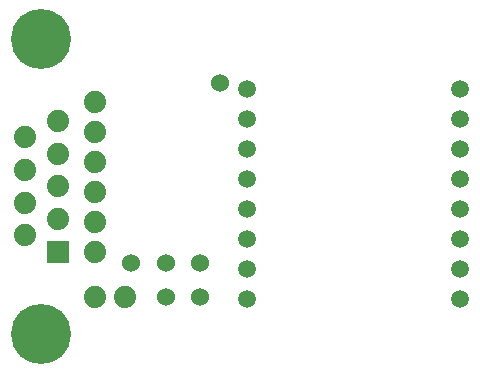
<source format=gbs>
G75*
%MOIN*%
%OFA0B0*%
%FSLAX25Y25*%
%IPPOS*%
%LPD*%
%AMOC8*
5,1,8,0,0,1.08239X$1,22.5*
%
%ADD10C,0.05906*%
%ADD11R,0.07400X0.07400*%
%ADD12C,0.07400*%
%ADD13C,0.20000*%
%ADD14C,0.06000*%
D10*
X0132082Y0025800D03*
X0132082Y0035800D03*
X0132082Y0045800D03*
X0132082Y0055800D03*
X0132082Y0065800D03*
X0132082Y0075800D03*
X0132082Y0085800D03*
X0132082Y0095800D03*
X0203182Y0095800D03*
X0203182Y0085800D03*
X0203182Y0075800D03*
X0203182Y0065800D03*
X0203182Y0055800D03*
X0203182Y0045800D03*
X0203182Y0035800D03*
X0203182Y0025800D03*
D11*
X0069223Y0041489D03*
D12*
X0058042Y0046961D03*
X0069223Y0052394D03*
X0058042Y0057867D03*
X0069223Y0063300D03*
X0058042Y0068733D03*
X0069223Y0074206D03*
X0058042Y0079639D03*
X0069223Y0085111D03*
X0081632Y0081300D03*
X0081632Y0071300D03*
X0081632Y0061300D03*
X0081632Y0051300D03*
X0081632Y0041300D03*
X0081632Y0026300D03*
X0091632Y0026300D03*
X0081632Y0091300D03*
D13*
X0063632Y0014087D03*
X0063632Y0112513D03*
D14*
X0123132Y0097800D03*
X0116632Y0037800D03*
X0105132Y0037800D03*
X0093632Y0037800D03*
X0105132Y0026300D03*
X0116632Y0026300D03*
M02*

</source>
